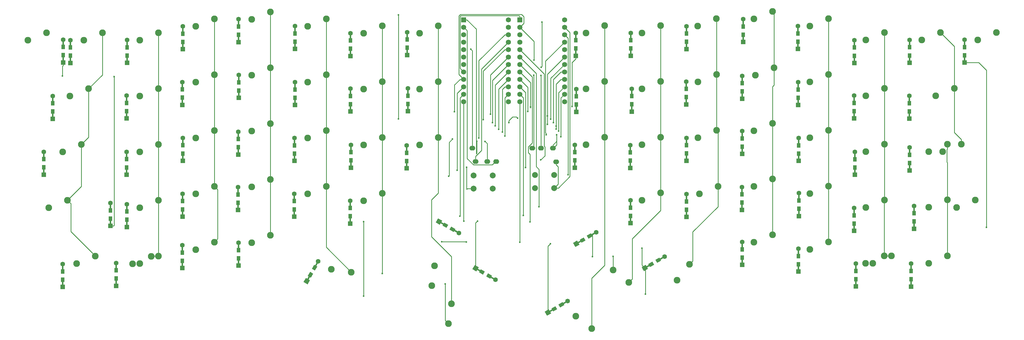
<source format=gbr>
G04 #@! TF.GenerationSoftware,KiCad,Pcbnew,(5.1.0)-1*
G04 #@! TF.CreationDate,2019-07-24T11:11:36-04:00*
G04 #@! TF.ProjectId,ogre,6f677265-2e6b-4696-9361-645f70636258,1.0*
G04 #@! TF.SameCoordinates,Original*
G04 #@! TF.FileFunction,Copper,L2,Bot*
G04 #@! TF.FilePolarity,Positive*
%FSLAX46Y46*%
G04 Gerber Fmt 4.6, Leading zero omitted, Abs format (unit mm)*
G04 Created by KiCad (PCBNEW (5.1.0)-1) date 2019-07-24 11:11:36*
%MOMM*%
%LPD*%
G04 APERTURE LIST*
%ADD10C,2.286000*%
%ADD11O,2.000000X1.600000*%
%ADD12C,1.752600*%
%ADD13R,1.752600X1.752600*%
%ADD14C,2.000000*%
%ADD15R,0.500000X2.900000*%
%ADD16R,1.600000X1.600000*%
%ADD17C,1.600000*%
%ADD18R,1.200000X1.600000*%
%ADD19C,0.500000*%
%ADD20C,0.100000*%
%ADD21C,1.200000*%
%ADD22C,0.600000*%
%ADD23C,0.250000*%
G04 APERTURE END LIST*
D10*
X245243000Y-73052000D03*
X251593000Y-70512000D03*
X50570000Y-56470000D03*
X56920000Y-53930000D03*
D11*
X210930000Y-74290000D03*
X207930000Y-74290000D03*
X214930000Y-74290000D03*
X216030000Y-78890000D03*
X192630000Y-78840000D03*
X195630000Y-78840000D03*
X188630000Y-78840000D03*
X187530000Y-74240000D03*
D10*
X342900000Y-75430000D03*
X349250000Y-72890000D03*
X169540000Y-54095000D03*
X175890000Y-51555000D03*
D12*
X199820000Y-30480000D03*
X184580000Y-58420000D03*
X199820000Y-33020000D03*
X199820000Y-35560000D03*
X199820000Y-38100000D03*
X199820000Y-40640000D03*
X199820000Y-43180000D03*
X199820000Y-45720000D03*
X199820000Y-48260000D03*
X199820000Y-50800000D03*
X199820000Y-53340000D03*
X199820000Y-55880000D03*
X199820000Y-58420000D03*
X184580000Y-55880000D03*
X184580000Y-53340000D03*
X184580000Y-50800000D03*
X184580000Y-48260000D03*
X184580000Y-45720000D03*
X184580000Y-43180000D03*
X184580000Y-40640000D03*
X184580000Y-38100000D03*
X184580000Y-35560000D03*
X184580000Y-33020000D03*
D13*
X184580000Y-30480000D03*
D10*
X48096000Y-75526000D03*
X54446000Y-72986000D03*
X179415295Y-134149557D03*
X180390591Y-127380295D03*
X174674705Y-114420443D03*
X173699409Y-121189705D03*
X93340000Y-32665000D03*
X99690000Y-30125000D03*
X74290000Y-37426000D03*
X80640000Y-34886000D03*
X55240000Y-37426000D03*
X61590000Y-34886000D03*
X36190000Y-37456000D03*
X42540000Y-34916000D03*
D12*
X218910000Y-30480000D03*
X203670000Y-58420000D03*
X218910000Y-33020000D03*
X218910000Y-35560000D03*
X218910000Y-38100000D03*
X218910000Y-40640000D03*
X218910000Y-43180000D03*
X218910000Y-45720000D03*
X218910000Y-48260000D03*
X218910000Y-50800000D03*
X218910000Y-53340000D03*
X218910000Y-55880000D03*
X218910000Y-58420000D03*
X203670000Y-55880000D03*
X203670000Y-53340000D03*
X203670000Y-50800000D03*
X203670000Y-48260000D03*
X203670000Y-45720000D03*
X203670000Y-43180000D03*
X203670000Y-40640000D03*
X203670000Y-38100000D03*
X203670000Y-35560000D03*
X203670000Y-33020000D03*
D13*
X203670000Y-30480000D03*
D14*
X215380000Y-83400000D03*
X215380000Y-87900000D03*
X208880000Y-83400000D03*
X208880000Y-87900000D03*
X194490000Y-83540000D03*
X194490000Y-88040000D03*
X187990000Y-83540000D03*
X187990000Y-88040000D03*
D10*
X71860000Y-113720000D03*
X78210000Y-111180000D03*
X323850000Y-113580000D03*
X330200000Y-111040000D03*
X342880000Y-94420000D03*
X349230000Y-91880000D03*
X359543000Y-37338000D03*
X365893000Y-34798000D03*
X352404000Y-94472000D03*
X358754000Y-91932000D03*
X321443000Y-94494000D03*
X327793000Y-91954000D03*
X74290000Y-94576000D03*
X80640000Y-92036000D03*
X43360000Y-94576000D03*
X49710000Y-92036000D03*
X112390000Y-30283000D03*
X118740000Y-27743000D03*
X131440000Y-32664000D03*
X137790000Y-30124000D03*
X150490000Y-35045000D03*
X156840000Y-32505000D03*
X169540000Y-35045000D03*
X175890000Y-32505000D03*
X226193000Y-34957000D03*
X232543000Y-32417000D03*
X245243000Y-34957000D03*
X251593000Y-32417000D03*
X264240000Y-32588000D03*
X270590000Y-30048000D03*
X283343000Y-30184000D03*
X289693000Y-27644000D03*
X302393000Y-32588000D03*
X308743000Y-30048000D03*
X321443000Y-37338000D03*
X327793000Y-34798000D03*
X340493000Y-37338000D03*
X346843000Y-34798000D03*
X74290000Y-56476000D03*
X80640000Y-53936000D03*
X93340000Y-51714000D03*
X99690000Y-49174000D03*
X112390000Y-49333000D03*
X118740000Y-46793000D03*
X131440000Y-51714000D03*
X137790000Y-49174000D03*
X150490000Y-54095000D03*
X156840000Y-51555000D03*
X226193000Y-54015000D03*
X232543000Y-51475000D03*
X245243000Y-54004000D03*
X251593000Y-51464000D03*
X264293000Y-51623000D03*
X270643000Y-49083000D03*
X283840000Y-49333000D03*
X290190000Y-46793000D03*
X302393000Y-51634000D03*
X308743000Y-49094000D03*
X321443000Y-56400000D03*
X327793000Y-53860000D03*
X345256000Y-56385000D03*
X351606000Y-53845000D03*
X74290000Y-75526000D03*
X80640000Y-72986000D03*
X93340000Y-70764000D03*
X99690000Y-68224000D03*
X112390000Y-68383000D03*
X118740000Y-65843000D03*
X131440000Y-70764000D03*
X137790000Y-68224000D03*
X150490000Y-73145000D03*
X156840000Y-70605000D03*
X169540000Y-73145000D03*
X175890000Y-70605000D03*
X226193000Y-73060000D03*
X232543000Y-70520000D03*
X264293000Y-70671000D03*
X270643000Y-68131000D03*
X283343000Y-68309000D03*
X289693000Y-65769000D03*
X302393000Y-70677000D03*
X308743000Y-68137000D03*
X321443000Y-75438000D03*
X327793000Y-72898000D03*
X347637000Y-75430000D03*
X353987000Y-72890000D03*
X93340000Y-89814000D03*
X99690000Y-87274000D03*
X112390000Y-87433000D03*
X118740000Y-84893000D03*
X131440000Y-89814000D03*
X137790000Y-87274000D03*
X150490000Y-92195000D03*
X156840000Y-89655000D03*
X245243000Y-92076000D03*
X251593000Y-89536000D03*
X264790000Y-89814000D03*
X271140000Y-87274000D03*
X283343000Y-87338000D03*
X289693000Y-84798000D03*
X302393000Y-89720000D03*
X308743000Y-87180000D03*
X52858000Y-113626000D03*
X59208000Y-111086000D03*
X74290000Y-113626000D03*
X80640000Y-111086000D03*
X93340000Y-108864000D03*
X99690000Y-106324000D03*
X112390000Y-106483000D03*
X118740000Y-103943000D03*
X139550443Y-115615295D03*
X146319705Y-116590591D03*
X222784705Y-131580443D03*
X228159409Y-135809705D03*
X235434705Y-115800443D03*
X240809409Y-120029705D03*
X257210443Y-119285295D03*
X261439705Y-113910591D03*
X283343000Y-106391000D03*
X289693000Y-103851000D03*
X302393000Y-108784000D03*
X308743000Y-106244000D03*
X321374000Y-113535000D03*
X327724000Y-110995000D03*
X342875000Y-113550000D03*
X349225000Y-111010000D03*
D15*
X64360000Y-99400000D03*
X64360000Y-94400000D03*
D16*
X64360000Y-100800000D03*
D17*
X64360000Y-93000000D03*
D18*
X64360000Y-95500000D03*
X64360000Y-98300000D03*
D19*
X189844936Y-115940000D03*
D20*
G36*
X191225673Y-116448494D02*
G01*
X190975673Y-116881506D01*
X188464199Y-115431506D01*
X188714199Y-114998494D01*
X191225673Y-116448494D01*
X191225673Y-116448494D01*
G37*
D19*
X194175064Y-118440000D03*
D20*
G36*
X195555801Y-118948494D02*
G01*
X195305801Y-119381506D01*
X192794327Y-117931506D01*
X193044327Y-117498494D01*
X195555801Y-118948494D01*
X195555801Y-118948494D01*
G37*
D17*
X188632501Y-115240000D03*
D20*
G36*
X189725321Y-114947180D02*
G01*
X188925321Y-116332820D01*
X187539681Y-115532820D01*
X188339681Y-114147180D01*
X189725321Y-114947180D01*
X189725321Y-114947180D01*
G37*
D17*
X195387499Y-119140000D03*
D21*
X193222436Y-117890000D03*
D20*
G36*
X194215256Y-117770385D02*
G01*
X193615256Y-118809615D01*
X192229616Y-118009615D01*
X192829616Y-116970385D01*
X194215256Y-117770385D01*
X194215256Y-117770385D01*
G37*
D21*
X190797564Y-116490000D03*
D20*
G36*
X191790384Y-116370385D02*
G01*
X191190384Y-117409615D01*
X189804744Y-116609615D01*
X190404744Y-115570385D01*
X191790384Y-116370385D01*
X191790384Y-116370385D01*
G37*
D19*
X131870000Y-118415064D03*
D20*
G36*
X132378494Y-117034327D02*
G01*
X132811506Y-117284327D01*
X131361506Y-119795801D01*
X130928494Y-119545801D01*
X132378494Y-117034327D01*
X132378494Y-117034327D01*
G37*
D19*
X134370000Y-114084936D03*
D20*
G36*
X134878494Y-112704199D02*
G01*
X135311506Y-112954199D01*
X133861506Y-115465673D01*
X133428494Y-115215673D01*
X134878494Y-112704199D01*
X134878494Y-112704199D01*
G37*
D17*
X131170000Y-119627499D03*
D20*
G36*
X130877180Y-118534679D02*
G01*
X132262820Y-119334679D01*
X131462820Y-120720319D01*
X130077180Y-119920319D01*
X130877180Y-118534679D01*
X130877180Y-118534679D01*
G37*
D17*
X135070000Y-112872501D03*
D21*
X133820000Y-115037564D03*
D20*
G36*
X133700385Y-114044744D02*
G01*
X134739615Y-114644744D01*
X133939615Y-116030384D01*
X132900385Y-115430384D01*
X133700385Y-114044744D01*
X133700385Y-114044744D01*
G37*
D21*
X132420000Y-117462436D03*
D20*
G36*
X132300385Y-116469616D02*
G01*
X133339615Y-117069616D01*
X132539615Y-118455256D01*
X131500385Y-117855256D01*
X132300385Y-116469616D01*
X132300385Y-116469616D01*
G37*
D15*
X50710000Y-43820000D03*
X50710000Y-38820000D03*
D16*
X50710000Y-45220000D03*
D17*
X50710000Y-37420000D03*
D18*
X50710000Y-39920000D03*
X50710000Y-42720000D03*
D15*
X69990000Y-43780000D03*
X69990000Y-38780000D03*
D16*
X69990000Y-45180000D03*
D17*
X69990000Y-37380000D03*
D18*
X69990000Y-39880000D03*
X69990000Y-42680000D03*
D15*
X88950000Y-39100000D03*
X88950000Y-34100000D03*
D16*
X88950000Y-40500000D03*
D17*
X88950000Y-32700000D03*
D18*
X88950000Y-35200000D03*
X88950000Y-38000000D03*
D15*
X107980000Y-36680000D03*
X107980000Y-31680000D03*
D16*
X107980000Y-38080000D03*
D17*
X107980000Y-30280000D03*
D18*
X107980000Y-32780000D03*
X107980000Y-35580000D03*
D15*
X127130000Y-39010000D03*
X127130000Y-34010000D03*
D16*
X127130000Y-40410000D03*
D17*
X127130000Y-32610000D03*
D18*
X127130000Y-35110000D03*
X127130000Y-37910000D03*
D15*
X146030000Y-41450000D03*
X146030000Y-36450000D03*
D16*
X146030000Y-42850000D03*
D17*
X146030000Y-35050000D03*
D18*
X146030000Y-37550000D03*
X146030000Y-40350000D03*
D15*
X165340000Y-41090000D03*
X165340000Y-36090000D03*
D16*
X165340000Y-42490000D03*
D17*
X165340000Y-34690000D03*
D18*
X165340000Y-37190000D03*
X165340000Y-39990000D03*
D15*
X222760000Y-41350000D03*
X222760000Y-36350000D03*
D16*
X222760000Y-42750000D03*
D17*
X222760000Y-34950000D03*
D18*
X222760000Y-37450000D03*
X222760000Y-40250000D03*
D15*
X241460000Y-41350000D03*
X241460000Y-36350000D03*
D16*
X241460000Y-42750000D03*
D17*
X241460000Y-34950000D03*
D18*
X241460000Y-37450000D03*
X241460000Y-40250000D03*
D15*
X260400000Y-39060000D03*
X260400000Y-34060000D03*
D16*
X260400000Y-40460000D03*
D17*
X260400000Y-32660000D03*
D18*
X260400000Y-35160000D03*
X260400000Y-37960000D03*
D15*
X279730000Y-36670000D03*
X279730000Y-31670000D03*
D16*
X279730000Y-38070000D03*
D17*
X279730000Y-30270000D03*
D18*
X279730000Y-32770000D03*
X279730000Y-35570000D03*
D15*
X317560000Y-43830000D03*
X317560000Y-38830000D03*
D16*
X317560000Y-45230000D03*
D17*
X317560000Y-37430000D03*
D18*
X317560000Y-39930000D03*
X317560000Y-42730000D03*
D15*
X336360000Y-43750000D03*
X336360000Y-38750000D03*
D16*
X336360000Y-45150000D03*
D17*
X336360000Y-37350000D03*
D18*
X336360000Y-39850000D03*
X336360000Y-42650000D03*
D15*
X44660000Y-62870000D03*
X44660000Y-57870000D03*
D16*
X44660000Y-64270000D03*
D17*
X44660000Y-56470000D03*
D18*
X44660000Y-58970000D03*
X44660000Y-61770000D03*
D15*
X69840000Y-62740000D03*
X69840000Y-57740000D03*
D16*
X69840000Y-64140000D03*
D17*
X69840000Y-56340000D03*
D18*
X69840000Y-58840000D03*
X69840000Y-61640000D03*
D15*
X88840000Y-58120000D03*
X88840000Y-53120000D03*
D16*
X88840000Y-59520000D03*
D17*
X88840000Y-51720000D03*
D18*
X88840000Y-54220000D03*
X88840000Y-57020000D03*
D15*
X108020000Y-55710000D03*
X108020000Y-50710000D03*
D16*
X108020000Y-57110000D03*
D17*
X108020000Y-49310000D03*
D18*
X108020000Y-51810000D03*
X108020000Y-54610000D03*
D15*
X127130000Y-58170000D03*
X127130000Y-53170000D03*
D16*
X127130000Y-59570000D03*
D17*
X127130000Y-51770000D03*
D18*
X127130000Y-54270000D03*
X127130000Y-57070000D03*
D15*
X146030000Y-60360000D03*
X146030000Y-55360000D03*
D16*
X146030000Y-61760000D03*
D17*
X146030000Y-53960000D03*
D18*
X146030000Y-56460000D03*
X146030000Y-59260000D03*
D15*
X165640000Y-60290000D03*
X165640000Y-55290000D03*
D16*
X165640000Y-61690000D03*
D17*
X165640000Y-53890000D03*
D18*
X165640000Y-56390000D03*
X165640000Y-59190000D03*
D15*
X222950000Y-60480000D03*
X222950000Y-55480000D03*
D16*
X222950000Y-61880000D03*
D17*
X222950000Y-54080000D03*
D18*
X222950000Y-56580000D03*
X222950000Y-59380000D03*
D15*
X241770000Y-60390000D03*
X241770000Y-55390000D03*
D16*
X241770000Y-61790000D03*
D17*
X241770000Y-53990000D03*
D18*
X241770000Y-56490000D03*
X241770000Y-59290000D03*
D15*
X260360000Y-57950000D03*
X260360000Y-52950000D03*
D16*
X260360000Y-59350000D03*
D17*
X260360000Y-51550000D03*
D18*
X260360000Y-54050000D03*
X260360000Y-56850000D03*
D15*
X279420000Y-56010000D03*
X279420000Y-51010000D03*
D16*
X279420000Y-57410000D03*
D17*
X279420000Y-49610000D03*
D18*
X279420000Y-52110000D03*
X279420000Y-54910000D03*
D15*
X298420000Y-58170000D03*
X298420000Y-53170000D03*
D16*
X298420000Y-59570000D03*
D17*
X298420000Y-51770000D03*
D18*
X298420000Y-54270000D03*
X298420000Y-57070000D03*
D15*
X317500000Y-62740000D03*
X317500000Y-57740000D03*
D16*
X317500000Y-64140000D03*
D17*
X317500000Y-56340000D03*
D18*
X317500000Y-58840000D03*
X317500000Y-61640000D03*
D15*
X336330000Y-62810000D03*
X336330000Y-57810000D03*
D16*
X336330000Y-64210000D03*
D17*
X336330000Y-56410000D03*
D18*
X336330000Y-58910000D03*
X336330000Y-61710000D03*
D15*
X41630000Y-81920000D03*
X41630000Y-76920000D03*
D16*
X41630000Y-83320000D03*
D17*
X41630000Y-75520000D03*
D18*
X41630000Y-78020000D03*
X41630000Y-80820000D03*
D15*
X69880000Y-81930000D03*
X69880000Y-76930000D03*
D16*
X69880000Y-83330000D03*
D17*
X69880000Y-75530000D03*
D18*
X69880000Y-78030000D03*
X69880000Y-80830000D03*
D15*
X88950000Y-77190000D03*
X88950000Y-72190000D03*
D16*
X88950000Y-78590000D03*
D17*
X88950000Y-70790000D03*
D18*
X88950000Y-73290000D03*
X88950000Y-76090000D03*
D15*
X107830000Y-75060000D03*
X107830000Y-70060000D03*
D16*
X107830000Y-76460000D03*
D17*
X107830000Y-68660000D03*
D18*
X107830000Y-71160000D03*
X107830000Y-73960000D03*
D15*
X126960000Y-77210000D03*
X126960000Y-72210000D03*
D16*
X126960000Y-78610000D03*
D17*
X126960000Y-70810000D03*
D18*
X126960000Y-73310000D03*
X126960000Y-76110000D03*
D15*
X146240000Y-79530000D03*
X146240000Y-74530000D03*
D16*
X146240000Y-80930000D03*
D17*
X146240000Y-73130000D03*
D18*
X146240000Y-75630000D03*
X146240000Y-78430000D03*
D15*
X165150000Y-79740000D03*
X165150000Y-74740000D03*
D16*
X165150000Y-81140000D03*
D17*
X165150000Y-73340000D03*
D18*
X165150000Y-75840000D03*
X165150000Y-78640000D03*
D15*
X222370000Y-79530000D03*
X222370000Y-74530000D03*
D16*
X222370000Y-80930000D03*
D17*
X222370000Y-73130000D03*
D18*
X222370000Y-75630000D03*
X222370000Y-78430000D03*
D15*
X241280000Y-79620000D03*
X241280000Y-74620000D03*
D16*
X241280000Y-81020000D03*
D17*
X241280000Y-73220000D03*
D18*
X241280000Y-75720000D03*
X241280000Y-78520000D03*
D15*
X260410000Y-77170000D03*
X260410000Y-72170000D03*
D16*
X260410000Y-78570000D03*
D17*
X260410000Y-70770000D03*
D18*
X260410000Y-73270000D03*
X260410000Y-76070000D03*
D15*
X279400000Y-74840000D03*
X279400000Y-69840000D03*
D16*
X279400000Y-76240000D03*
D17*
X279400000Y-68440000D03*
D18*
X279400000Y-70940000D03*
X279400000Y-73740000D03*
D15*
X298630000Y-77200000D03*
X298630000Y-72200000D03*
D16*
X298630000Y-78600000D03*
D17*
X298630000Y-70800000D03*
D18*
X298630000Y-73300000D03*
X298630000Y-76100000D03*
D15*
X317780000Y-81960000D03*
X317780000Y-76960000D03*
D16*
X317780000Y-83360000D03*
D17*
X317780000Y-75560000D03*
D18*
X317780000Y-78060000D03*
X317780000Y-80860000D03*
D15*
X336350000Y-80450000D03*
X336350000Y-75450000D03*
D16*
X336350000Y-81850000D03*
D17*
X336350000Y-74050000D03*
D18*
X336350000Y-76550000D03*
X336350000Y-79350000D03*
D15*
X69890000Y-99760000D03*
X69890000Y-94760000D03*
D16*
X69890000Y-101160000D03*
D17*
X69890000Y-93360000D03*
D18*
X69890000Y-95860000D03*
X69890000Y-98660000D03*
D15*
X88880000Y-96240000D03*
X88880000Y-91240000D03*
D16*
X88880000Y-97640000D03*
D17*
X88880000Y-89840000D03*
D18*
X88880000Y-92340000D03*
X88880000Y-95140000D03*
D15*
X107780000Y-93980000D03*
X107780000Y-88980000D03*
D16*
X107780000Y-95380000D03*
D17*
X107780000Y-87580000D03*
D18*
X107780000Y-90080000D03*
X107780000Y-92880000D03*
D15*
X126940000Y-96240000D03*
X126940000Y-91240000D03*
D16*
X126940000Y-97640000D03*
D17*
X126940000Y-89840000D03*
D18*
X126940000Y-92340000D03*
X126940000Y-95140000D03*
D15*
X145960000Y-98580000D03*
X145960000Y-93580000D03*
D16*
X145960000Y-99980000D03*
D17*
X145960000Y-92180000D03*
D18*
X145960000Y-94680000D03*
X145960000Y-97480000D03*
D15*
X48280000Y-43650000D03*
X48280000Y-38650000D03*
D16*
X48280000Y-45050000D03*
D17*
X48280000Y-37250000D03*
D18*
X48280000Y-39750000D03*
X48280000Y-42550000D03*
D15*
X355090000Y-43680000D03*
X355090000Y-38680000D03*
D16*
X355090000Y-45080000D03*
D17*
X355090000Y-37280000D03*
D18*
X355090000Y-39780000D03*
X355090000Y-42580000D03*
D15*
X241350000Y-98450000D03*
X241350000Y-93450000D03*
D16*
X241350000Y-99850000D03*
D17*
X241350000Y-92050000D03*
D18*
X241350000Y-94550000D03*
X241350000Y-97350000D03*
D15*
X260410000Y-96340000D03*
X260410000Y-91340000D03*
D16*
X260410000Y-97740000D03*
D17*
X260410000Y-89940000D03*
D18*
X260410000Y-92440000D03*
X260410000Y-95240000D03*
D15*
X279330000Y-93950000D03*
X279330000Y-88950000D03*
D16*
X279330000Y-95350000D03*
D17*
X279330000Y-87550000D03*
D18*
X279330000Y-90050000D03*
X279330000Y-92850000D03*
D15*
X298690000Y-96030000D03*
X298690000Y-91030000D03*
D16*
X298690000Y-97430000D03*
D17*
X298690000Y-89630000D03*
D18*
X298690000Y-92130000D03*
X298690000Y-94930000D03*
D15*
X317470000Y-101090000D03*
X317470000Y-96090000D03*
D16*
X317470000Y-102490000D03*
D17*
X317470000Y-94690000D03*
D18*
X317470000Y-97190000D03*
X317470000Y-99990000D03*
D15*
X337900000Y-100370000D03*
X337900000Y-95370000D03*
D16*
X337900000Y-101770000D03*
D17*
X337900000Y-93970000D03*
D18*
X337900000Y-96470000D03*
X337900000Y-99270000D03*
D15*
X48100000Y-120230000D03*
X48100000Y-115230000D03*
D16*
X48100000Y-121630000D03*
D17*
X48100000Y-113830000D03*
D18*
X48100000Y-116330000D03*
X48100000Y-119130000D03*
D15*
X66260000Y-119840000D03*
X66260000Y-114840000D03*
D16*
X66260000Y-121240000D03*
D17*
X66260000Y-113440000D03*
D18*
X66260000Y-115940000D03*
X66260000Y-118740000D03*
D15*
X88840000Y-113780000D03*
X88840000Y-108780000D03*
D16*
X88840000Y-115180000D03*
D17*
X88840000Y-107380000D03*
D18*
X88840000Y-109880000D03*
X88840000Y-112680000D03*
D15*
X107970000Y-112950000D03*
X107970000Y-107950000D03*
D16*
X107970000Y-114350000D03*
D17*
X107970000Y-106550000D03*
D18*
X107970000Y-109050000D03*
X107970000Y-111850000D03*
D19*
X177384936Y-100000000D03*
D20*
G36*
X178765673Y-100508494D02*
G01*
X178515673Y-100941506D01*
X176004199Y-99491506D01*
X176254199Y-99058494D01*
X178765673Y-100508494D01*
X178765673Y-100508494D01*
G37*
D19*
X181715064Y-102500000D03*
D20*
G36*
X183095801Y-103008494D02*
G01*
X182845801Y-103441506D01*
X180334327Y-101991506D01*
X180584327Y-101558494D01*
X183095801Y-103008494D01*
X183095801Y-103008494D01*
G37*
D17*
X176172501Y-99300000D03*
D20*
G36*
X177265321Y-99007180D02*
G01*
X176465321Y-100392820D01*
X175079681Y-99592820D01*
X175879681Y-98207180D01*
X177265321Y-99007180D01*
X177265321Y-99007180D01*
G37*
D17*
X182927499Y-103200000D03*
D21*
X180762436Y-101950000D03*
D20*
G36*
X181755256Y-101830385D02*
G01*
X181155256Y-102869615D01*
X179769616Y-102069615D01*
X180369616Y-101030385D01*
X181755256Y-101830385D01*
X181755256Y-101830385D01*
G37*
D21*
X178337564Y-100550000D03*
D20*
G36*
X179330384Y-100430385D02*
G01*
X178730384Y-101469615D01*
X177344744Y-100669615D01*
X177944744Y-99630385D01*
X179330384Y-100430385D01*
X179330384Y-100430385D01*
G37*
D19*
X214454936Y-129640000D03*
D20*
G36*
X215585673Y-128698494D02*
G01*
X215835673Y-129131506D01*
X213324199Y-130581506D01*
X213074199Y-130148494D01*
X215585673Y-128698494D01*
X215585673Y-128698494D01*
G37*
D19*
X218785064Y-127140000D03*
D20*
G36*
X219915801Y-126198494D02*
G01*
X220165801Y-126631506D01*
X217654327Y-128081506D01*
X217404327Y-127648494D01*
X219915801Y-126198494D01*
X219915801Y-126198494D01*
G37*
D17*
X213242501Y-130340000D03*
D20*
G36*
X213535321Y-129247180D02*
G01*
X214335321Y-130632820D01*
X212949681Y-131432820D01*
X212149681Y-130047180D01*
X213535321Y-129247180D01*
X213535321Y-129247180D01*
G37*
D17*
X219997499Y-126440000D03*
D21*
X217832436Y-127690000D03*
D20*
G36*
X218225256Y-126770385D02*
G01*
X218825256Y-127809615D01*
X217439616Y-128609615D01*
X216839616Y-127570385D01*
X218225256Y-126770385D01*
X218225256Y-126770385D01*
G37*
D21*
X215407564Y-129090000D03*
D20*
G36*
X215800384Y-128170385D02*
G01*
X216400384Y-129209615D01*
X215014744Y-130009615D01*
X214414744Y-128970385D01*
X215800384Y-128170385D01*
X215800384Y-128170385D01*
G37*
D19*
X224114936Y-106180000D03*
D20*
G36*
X225245673Y-105238494D02*
G01*
X225495673Y-105671506D01*
X222984199Y-107121506D01*
X222734199Y-106688494D01*
X225245673Y-105238494D01*
X225245673Y-105238494D01*
G37*
D19*
X228445064Y-103680000D03*
D20*
G36*
X229575801Y-102738494D02*
G01*
X229825801Y-103171506D01*
X227314327Y-104621506D01*
X227064327Y-104188494D01*
X229575801Y-102738494D01*
X229575801Y-102738494D01*
G37*
D17*
X222902501Y-106880000D03*
D20*
G36*
X223195321Y-105787180D02*
G01*
X223995321Y-107172820D01*
X222609681Y-107972820D01*
X221809681Y-106587180D01*
X223195321Y-105787180D01*
X223195321Y-105787180D01*
G37*
D17*
X229657499Y-102980000D03*
D21*
X227492436Y-104230000D03*
D20*
G36*
X227885256Y-103310385D02*
G01*
X228485256Y-104349615D01*
X227099616Y-105149615D01*
X226499616Y-104110385D01*
X227885256Y-103310385D01*
X227885256Y-103310385D01*
G37*
D21*
X225067564Y-105630000D03*
D20*
G36*
X225460384Y-104710385D02*
G01*
X226060384Y-105749615D01*
X224674744Y-106549615D01*
X224074744Y-105510385D01*
X225460384Y-104710385D01*
X225460384Y-104710385D01*
G37*
D19*
X247454936Y-114450000D03*
D20*
G36*
X248585673Y-113508494D02*
G01*
X248835673Y-113941506D01*
X246324199Y-115391506D01*
X246074199Y-114958494D01*
X248585673Y-113508494D01*
X248585673Y-113508494D01*
G37*
D19*
X251785064Y-111950000D03*
D20*
G36*
X252915801Y-111008494D02*
G01*
X253165801Y-111441506D01*
X250654327Y-112891506D01*
X250404327Y-112458494D01*
X252915801Y-111008494D01*
X252915801Y-111008494D01*
G37*
D17*
X246242501Y-115150000D03*
D20*
G36*
X246535321Y-114057180D02*
G01*
X247335321Y-115442820D01*
X245949681Y-116242820D01*
X245149681Y-114857180D01*
X246535321Y-114057180D01*
X246535321Y-114057180D01*
G37*
D17*
X252997499Y-111250000D03*
D21*
X250832436Y-112500000D03*
D20*
G36*
X251225256Y-111580385D02*
G01*
X251825256Y-112619615D01*
X250439616Y-113419615D01*
X249839616Y-112380385D01*
X251225256Y-111580385D01*
X251225256Y-111580385D01*
G37*
D21*
X248407564Y-113900000D03*
D20*
G36*
X248800384Y-112980385D02*
G01*
X249400384Y-114019615D01*
X248014744Y-114819615D01*
X247414744Y-113780385D01*
X248800384Y-112980385D01*
X248800384Y-112980385D01*
G37*
D15*
X279410000Y-112670000D03*
X279410000Y-107670000D03*
D16*
X279410000Y-114070000D03*
D17*
X279410000Y-106270000D03*
D18*
X279410000Y-108770000D03*
X279410000Y-111570000D03*
D15*
X298540000Y-114980000D03*
X298540000Y-109980000D03*
D16*
X298540000Y-116380000D03*
D17*
X298540000Y-108580000D03*
D18*
X298540000Y-111080000D03*
X298540000Y-113880000D03*
D15*
X318100000Y-120040000D03*
X318100000Y-115040000D03*
D16*
X318100000Y-121440000D03*
D17*
X318100000Y-113640000D03*
D18*
X318100000Y-116140000D03*
X318100000Y-118940000D03*
D15*
X336850000Y-120070000D03*
X336850000Y-115070000D03*
D16*
X336850000Y-121470000D03*
D17*
X336850000Y-113670000D03*
D18*
X336850000Y-116170000D03*
X336850000Y-118970000D03*
D15*
X298320000Y-39040000D03*
X298320000Y-34040000D03*
D16*
X298320000Y-40440000D03*
D17*
X298320000Y-32640000D03*
D18*
X298320000Y-35140000D03*
X298320000Y-37940000D03*
D22*
X210930000Y-49490000D03*
X210950000Y-46660000D03*
X211249999Y-31279999D03*
X207320000Y-60240000D03*
X221470000Y-60070000D03*
X181470000Y-61780000D03*
X208460000Y-49340000D03*
X208510000Y-44210000D03*
X206410000Y-61770000D03*
X182380000Y-81780000D03*
X210840000Y-78280000D03*
X205604999Y-80835001D03*
X48030000Y-49620000D03*
X65610000Y-49890000D03*
X183290000Y-97490000D03*
X210230000Y-94210000D03*
X362519001Y-101249001D03*
X204871301Y-97248699D03*
X150500000Y-99300000D03*
X150530000Y-124690000D03*
X189270000Y-99120000D03*
X184620000Y-99120000D03*
X207170000Y-99420000D03*
X178272296Y-120612296D03*
X214090000Y-106880000D03*
X203670000Y-106360000D03*
X246470000Y-124010000D03*
X245237890Y-108387890D03*
X235434705Y-111174705D03*
X228445064Y-111295064D03*
X191260000Y-64560000D03*
X162370000Y-64270000D03*
X162370000Y-28810000D03*
X213084999Y-66155001D03*
X193669990Y-62630010D03*
X213070000Y-63300000D03*
X214220000Y-64340000D03*
X194390000Y-65510000D03*
X200010000Y-65510000D03*
X202970000Y-64010000D03*
X215150000Y-65530000D03*
X195360000Y-66660000D03*
X177100000Y-106190000D03*
X185470000Y-106310000D03*
X216080000Y-66730000D03*
X196510000Y-67800000D03*
X216090000Y-67790000D03*
X156840000Y-117010000D03*
X216910000Y-68440000D03*
X197750000Y-68760000D03*
X217708699Y-70371301D03*
X198618699Y-70111301D03*
X187000000Y-40520000D03*
X185600000Y-80810000D03*
X216220000Y-69690000D03*
X212700000Y-69690000D03*
X189750000Y-70810000D03*
X180780000Y-71160000D03*
X179460000Y-83830000D03*
X220111301Y-83298699D03*
X191885000Y-71955000D03*
X189030000Y-71890000D03*
D23*
X183703701Y-47383701D02*
X184580000Y-48260000D01*
X183378699Y-47058699D02*
X183703701Y-47383701D01*
X183378699Y-29343699D02*
X183378699Y-47058699D01*
X183627742Y-29094656D02*
X183378699Y-29343699D01*
X203410956Y-29094656D02*
X183627742Y-29094656D01*
X203670000Y-29353700D02*
X203410956Y-29094656D01*
X203670000Y-30480000D02*
X203670000Y-29353700D01*
X210930000Y-74290000D02*
X210930000Y-49490000D01*
X210930000Y-49490000D02*
X210930000Y-49490000D01*
X211249999Y-46360001D02*
X211249999Y-31279999D01*
X210950000Y-46660000D02*
X211249999Y-46360001D01*
X211249999Y-31279999D02*
X211150000Y-31180000D01*
X211249999Y-31279999D02*
X211249999Y-31279999D01*
X203670000Y-48260000D02*
X207320000Y-51910000D01*
X207320000Y-51910000D02*
X207320000Y-60240000D01*
X207320000Y-60240000D02*
X207320000Y-60530000D01*
X222760000Y-43800000D02*
X222760000Y-42750000D01*
X221379999Y-45180001D02*
X222760000Y-43800000D01*
X222760000Y-43800000D02*
X221470000Y-45090000D01*
X221470000Y-45090000D02*
X221470000Y-60070000D01*
X221470000Y-60070000D02*
X221470000Y-60070000D01*
X183340725Y-50800000D02*
X181470000Y-52670725D01*
X184580000Y-50800000D02*
X183340725Y-50800000D01*
X181470000Y-52670725D02*
X181470000Y-61780000D01*
X181470000Y-61780000D02*
X181470000Y-61780000D01*
X183703701Y-49923701D02*
X184580000Y-50800000D01*
X182928689Y-49148689D02*
X183703701Y-49923701D01*
X182928689Y-29157299D02*
X182928689Y-49148689D01*
X183441341Y-28644647D02*
X182928689Y-29157299D01*
X204264646Y-28644646D02*
X183441341Y-28644647D01*
X205018547Y-29398547D02*
X204264646Y-28644646D01*
X205018547Y-31671453D02*
X205018547Y-29398547D01*
X203670000Y-33020000D02*
X205018547Y-31671453D01*
X207970000Y-74290000D02*
X208460000Y-73800000D01*
X207930000Y-74290000D02*
X207970000Y-74290000D01*
X208460000Y-73800000D02*
X208460000Y-49340000D01*
X208460000Y-49340000D02*
X208460000Y-49340000D01*
X208510000Y-37860000D02*
X203670000Y-33020000D01*
X208510000Y-44210000D02*
X208510000Y-37860000D01*
X203670000Y-50800000D02*
X206410000Y-53540000D01*
X206410000Y-53540000D02*
X206410000Y-61770000D01*
X206410000Y-61770000D02*
X206410000Y-61770000D01*
X184580000Y-53340000D02*
X182380000Y-55540000D01*
X182380000Y-55540000D02*
X182380000Y-81780000D01*
X182380000Y-81780000D02*
X182380000Y-81780000D01*
X212255010Y-73824006D02*
X212255010Y-76864990D01*
X211994989Y-73563985D02*
X212255010Y-73824006D01*
X203670000Y-40640000D02*
X211994989Y-48964989D01*
X211994989Y-48964989D02*
X211994989Y-73563985D01*
X212255010Y-76864990D02*
X210840000Y-78280000D01*
X210840000Y-78280000D02*
X210840000Y-78280000D01*
X205604999Y-55274999D02*
X205604999Y-80835001D01*
X203670000Y-53340000D02*
X205604999Y-55274999D01*
X205604999Y-80835001D02*
X205604999Y-80835001D01*
X48280000Y-46100000D02*
X48030000Y-46350000D01*
X48280000Y-45050000D02*
X48280000Y-46100000D01*
X48030000Y-46350000D02*
X48030000Y-49620000D01*
X65410000Y-100800000D02*
X65610000Y-100600000D01*
X64360000Y-100800000D02*
X65410000Y-100800000D01*
X65610000Y-100600000D02*
X65610000Y-49890000D01*
X65610000Y-49750000D02*
X65480000Y-49620000D01*
X65480000Y-49620000D02*
X65480000Y-49620000D01*
X48030000Y-49620000D02*
X48030000Y-49620000D01*
X65610000Y-49890000D02*
X65610000Y-49750000D01*
X183378699Y-57081301D02*
X183378699Y-97401301D01*
X184580000Y-55880000D02*
X183378699Y-57081301D01*
X183378699Y-97401301D02*
X183290000Y-97490000D01*
X183290000Y-97490000D02*
X183290000Y-97490000D01*
X209255010Y-80554990D02*
X210230000Y-81529980D01*
X203670000Y-43180000D02*
X209255010Y-48765010D01*
X209255010Y-48765010D02*
X209255010Y-80554990D01*
X210230000Y-81529980D02*
X210230000Y-94210000D01*
X210230000Y-94210000D02*
X210230000Y-94210000D01*
X355090000Y-45080000D02*
X359910000Y-45080000D01*
X362519001Y-47689001D02*
X362519001Y-101249001D01*
X359910000Y-45080000D02*
X362519001Y-47689001D01*
X362519001Y-101249001D02*
X362519001Y-101249001D01*
X204871301Y-57081301D02*
X204871301Y-97248699D01*
X203670000Y-55880000D02*
X204871301Y-57081301D01*
X204871301Y-97248699D02*
X204871301Y-97248699D01*
X150530000Y-99330000D02*
X150500000Y-99300000D01*
X150530000Y-124690000D02*
X150530000Y-99330000D01*
X188970001Y-99419999D02*
X189270000Y-99120000D01*
X188632501Y-99757499D02*
X188970001Y-99419999D01*
X188632501Y-115240000D02*
X188632501Y-99757499D01*
X184580000Y-58420000D02*
X184580000Y-99000000D01*
X206604990Y-75791988D02*
X207170000Y-76356998D01*
X206604990Y-73824006D02*
X206604990Y-75791988D01*
X207945001Y-72483995D02*
X206604990Y-73824006D01*
X203670000Y-45720000D02*
X207945001Y-49995001D01*
X207945001Y-49995001D02*
X207945001Y-72483995D01*
X207170000Y-76356998D02*
X207170000Y-99420000D01*
X207170000Y-99420000D02*
X207170000Y-99420000D01*
X178272296Y-133006558D02*
X178272296Y-120612296D01*
X179415295Y-134149557D02*
X178272296Y-133006558D01*
X178272296Y-120612296D02*
X178272296Y-120612296D01*
X213242501Y-107727499D02*
X213242501Y-130340000D01*
X214090000Y-106880000D02*
X213242501Y-107727499D01*
X203670000Y-58420000D02*
X203670000Y-106360000D01*
X203670000Y-106360000D02*
X203670000Y-106360000D01*
X246470000Y-115377499D02*
X246242501Y-115150000D01*
X246470000Y-124010000D02*
X246470000Y-115377499D01*
X245237890Y-114145389D02*
X245237890Y-108387890D01*
X246242501Y-115150000D02*
X245237890Y-114145389D01*
X235434705Y-115800443D02*
X235434705Y-111174705D01*
X228445064Y-103680000D02*
X228445064Y-111295064D01*
X235434705Y-111174705D02*
X235434705Y-111174705D01*
X228445064Y-111295064D02*
X228445064Y-111295064D01*
X54446000Y-87300000D02*
X49710000Y-92036000D01*
X54446000Y-72986000D02*
X54446000Y-87300000D01*
X58065001Y-109943001D02*
X59208000Y-111086000D01*
X50852999Y-102730999D02*
X58065001Y-109943001D01*
X50852999Y-93178999D02*
X50852999Y-102730999D01*
X49710000Y-92036000D02*
X50852999Y-93178999D01*
X61590000Y-49260000D02*
X56920000Y-53930000D01*
X61590000Y-34886000D02*
X61590000Y-49260000D01*
X56920000Y-70512000D02*
X54446000Y-72986000D01*
X56920000Y-53930000D02*
X56920000Y-70512000D01*
X351606000Y-39561000D02*
X346843000Y-34798000D01*
X351606000Y-53845000D02*
X351606000Y-39561000D01*
X351606000Y-55461446D02*
X351606000Y-53845000D01*
X351606000Y-68892554D02*
X351606000Y-55461446D01*
X353987000Y-71273554D02*
X351606000Y-68892554D01*
X353987000Y-72890000D02*
X353987000Y-71273554D01*
X349250000Y-74506446D02*
X349250000Y-72890000D01*
X349105001Y-74651445D02*
X349250000Y-74506446D01*
X349105001Y-79059975D02*
X349105001Y-74651445D01*
X349230000Y-79184974D02*
X349105001Y-79059975D01*
X349230000Y-91880000D02*
X349230000Y-79184974D01*
X349225000Y-91885000D02*
X349230000Y-91880000D01*
X349225000Y-111010000D02*
X349225000Y-91885000D01*
X198580725Y-40640000D02*
X191260000Y-47960725D01*
X199820000Y-40640000D02*
X198580725Y-40640000D01*
X191260000Y-47960725D02*
X191260000Y-64560000D01*
X191260000Y-64560000D02*
X191260000Y-64560000D01*
X162370000Y-64270000D02*
X162370000Y-28810000D01*
X162370000Y-28810000D02*
X162370000Y-28810000D01*
X80640000Y-40857974D02*
X80640000Y-53936000D01*
X80640000Y-34886000D02*
X80640000Y-40857974D01*
X80640000Y-72986000D02*
X80640000Y-53936000D01*
X80640000Y-92036000D02*
X80640000Y-72986000D01*
X78304000Y-111086000D02*
X78210000Y-111180000D01*
X80640000Y-111086000D02*
X78304000Y-111086000D01*
X80640000Y-111086000D02*
X80640000Y-92036000D01*
X327724000Y-92023000D02*
X327793000Y-91954000D01*
X327724000Y-110995000D02*
X327724000Y-92023000D01*
X327793000Y-91954000D02*
X327793000Y-72898000D01*
X327793000Y-71281554D02*
X327793000Y-53860000D01*
X327793000Y-72898000D02*
X327793000Y-71281554D01*
X327793000Y-52243554D02*
X327793000Y-34798000D01*
X327793000Y-53860000D02*
X327793000Y-52243554D01*
X327769000Y-111040000D02*
X327724000Y-110995000D01*
X330200000Y-111040000D02*
X327769000Y-111040000D01*
X218910000Y-43180000D02*
X213070000Y-49020000D01*
X213070000Y-49020000D02*
X213070000Y-63300000D01*
X213070000Y-63300000D02*
X213070000Y-63300000D01*
X198943701Y-44056299D02*
X199820000Y-43180000D01*
X193669990Y-49330010D02*
X198943701Y-44056299D01*
X193669990Y-62630010D02*
X193669990Y-62630010D01*
X213070000Y-66140002D02*
X213084999Y-66155001D01*
X213070000Y-63300000D02*
X213070000Y-66140002D01*
X193669990Y-62630010D02*
X193669990Y-49330010D01*
X213070000Y-63300000D02*
X213070000Y-63300000D01*
X100832999Y-88416999D02*
X99690000Y-87274000D01*
X100832999Y-105181001D02*
X100832999Y-88416999D01*
X99690000Y-106324000D02*
X100832999Y-105181001D01*
X99690000Y-87274000D02*
X99690000Y-68224000D01*
X99690000Y-68224000D02*
X99690000Y-49174000D01*
X99690000Y-49174000D02*
X99690000Y-30125000D01*
X308743000Y-106244000D02*
X308743000Y-87180000D01*
X308743000Y-72325026D02*
X308743000Y-68137000D01*
X308743000Y-87180000D02*
X308743000Y-72325026D01*
X308743000Y-68137000D02*
X308743000Y-49094000D01*
X308743000Y-49094000D02*
X308743000Y-30048000D01*
X218910000Y-45720000D02*
X214220000Y-50410000D01*
X214220000Y-50410000D02*
X214220000Y-64340000D01*
X214220000Y-64340000D02*
X214220000Y-64340000D01*
X194390000Y-65510000D02*
X194390000Y-65085736D01*
X194390000Y-51150000D02*
X199820000Y-45720000D01*
X194390000Y-65510000D02*
X194390000Y-51150000D01*
X201255211Y-63596271D02*
X202556271Y-63596271D01*
X200010000Y-65510000D02*
X200010000Y-64841482D01*
X200010000Y-64841482D02*
X201255211Y-63596271D01*
X202556271Y-63596271D02*
X202970000Y-64010000D01*
X202970000Y-64010000D02*
X202970000Y-64010000D01*
X118740000Y-103943000D02*
X118740000Y-84893000D01*
X118740000Y-70031026D02*
X118740000Y-65843000D01*
X118740000Y-84893000D02*
X118740000Y-70031026D01*
X118740000Y-65843000D02*
X118740000Y-46793000D01*
X118740000Y-31931026D02*
X118740000Y-27743000D01*
X118740000Y-46793000D02*
X118740000Y-31931026D01*
X289693000Y-103851000D02*
X289693000Y-84798000D01*
X289693000Y-83181554D02*
X289693000Y-65769000D01*
X289693000Y-84798000D02*
X289693000Y-83181554D01*
X290190000Y-48409446D02*
X290190000Y-46793000D01*
X290190000Y-52764974D02*
X290190000Y-48409446D01*
X289693000Y-53261974D02*
X290190000Y-52764974D01*
X289693000Y-65769000D02*
X289693000Y-53261974D01*
X290190000Y-28141000D02*
X289693000Y-27644000D01*
X290190000Y-46793000D02*
X290190000Y-28141000D01*
X217670725Y-48260000D02*
X215150000Y-50780725D01*
X218910000Y-48260000D02*
X217670725Y-48260000D01*
X215150000Y-50780725D02*
X215150000Y-65530000D01*
X215150000Y-65530000D02*
X215150000Y-65530000D01*
X199820000Y-48260000D02*
X195360000Y-52720000D01*
X195360000Y-52720000D02*
X195360000Y-66660000D01*
X195360000Y-66660000D02*
X195360000Y-66660000D01*
X177100000Y-106190000D02*
X185350000Y-106190000D01*
X185350000Y-106190000D02*
X185470000Y-106310000D01*
X185470000Y-106310000D02*
X185470000Y-106310000D01*
X137790000Y-108060886D02*
X137790000Y-87274000D01*
X146319705Y-116590591D02*
X137790000Y-108060886D01*
X137790000Y-68224000D02*
X137790000Y-87274000D01*
X137790000Y-68224000D02*
X137790000Y-49174000D01*
X137790000Y-34477002D02*
X137790000Y-49174000D01*
X137790000Y-30124000D02*
X137790000Y-34477002D01*
X271140000Y-88890446D02*
X271140000Y-87274000D01*
X271140000Y-94210000D02*
X271140000Y-88890446D01*
X262582704Y-102767296D02*
X271140000Y-94210000D01*
X262582704Y-112767592D02*
X262582704Y-102767296D01*
X261439705Y-113910591D02*
X262582704Y-112767592D01*
X271140000Y-68628000D02*
X270643000Y-68131000D01*
X271140000Y-87274000D02*
X271140000Y-68628000D01*
X270643000Y-68131000D02*
X270643000Y-49083000D01*
X270643000Y-30101000D02*
X270590000Y-30048000D01*
X270643000Y-49083000D02*
X270643000Y-30101000D01*
X217670725Y-50800000D02*
X216080000Y-52390725D01*
X218910000Y-50800000D02*
X217670725Y-50800000D01*
X216080000Y-52390725D02*
X216080000Y-66730000D01*
X216080000Y-66730000D02*
X216080000Y-66730000D01*
X199820000Y-50800000D02*
X196510000Y-54110000D01*
X196510000Y-54110000D02*
X196510000Y-67800000D01*
X196510000Y-67800000D02*
X196510000Y-67800000D01*
X216080000Y-67154264D02*
X216090000Y-67164264D01*
X216080000Y-66730000D02*
X216080000Y-67154264D01*
X216090000Y-67164264D02*
X216090000Y-67790000D01*
X216090000Y-67790000D02*
X216090000Y-67790000D01*
X156840000Y-34121446D02*
X156840000Y-51555000D01*
X156840000Y-32505000D02*
X156840000Y-34121446D01*
X156840000Y-55743026D02*
X156840000Y-51555000D01*
X156840000Y-70605000D02*
X156840000Y-55743026D01*
X156840000Y-88038554D02*
X156840000Y-70605000D01*
X156840000Y-89655000D02*
X156840000Y-88038554D01*
X156840000Y-89655000D02*
X156840000Y-117010000D01*
X156840000Y-117010000D02*
X156840000Y-117010000D01*
X251593000Y-89536000D02*
X251593000Y-70512000D01*
X251593000Y-70512000D02*
X251593000Y-51464000D01*
X251593000Y-36605026D02*
X251593000Y-32417000D01*
X251593000Y-51464000D02*
X251593000Y-36605026D01*
X251593000Y-91152446D02*
X251593000Y-89536000D01*
X251593000Y-95507974D02*
X251593000Y-91152446D01*
X241952408Y-105148566D02*
X251593000Y-95507974D01*
X241952408Y-118886706D02*
X241952408Y-105148566D01*
X240809409Y-120029705D02*
X241952408Y-118886706D01*
X218910000Y-53340000D02*
X216910000Y-55340000D01*
X216910000Y-55340000D02*
X216910000Y-68440000D01*
X216910000Y-68440000D02*
X216910000Y-68440000D01*
X198580725Y-53340000D02*
X197750000Y-54170725D01*
X199820000Y-53340000D02*
X198580725Y-53340000D01*
X197750000Y-54170725D02*
X197750000Y-68760000D01*
X197750000Y-68760000D02*
X197750000Y-68760000D01*
X175890000Y-70605000D02*
X175890000Y-51555000D01*
X175890000Y-51555000D02*
X175890000Y-32505000D01*
X175890000Y-89630000D02*
X175890000Y-70605000D01*
X173630000Y-91890000D02*
X175890000Y-89630000D01*
X173630000Y-104530000D02*
X173630000Y-91890000D01*
X180390591Y-127380295D02*
X180390591Y-111290591D01*
X180390591Y-111290591D02*
X173630000Y-104530000D01*
X232543000Y-32417000D02*
X232543000Y-51475000D01*
X232543000Y-51475000D02*
X232543000Y-70520000D01*
X228159409Y-134193259D02*
X228159409Y-135809705D01*
X228159409Y-118598180D02*
X228159409Y-134193259D01*
X232543000Y-114214589D02*
X228159409Y-118598180D01*
X232543000Y-70520000D02*
X232543000Y-114214589D01*
X217708699Y-57081301D02*
X217708699Y-70371301D01*
X218910000Y-55880000D02*
X217708699Y-57081301D01*
X217708699Y-70371301D02*
X217708699Y-70371301D01*
X198618699Y-57081301D02*
X198618699Y-70111301D01*
X199820000Y-55880000D02*
X198618699Y-57081301D01*
X198618699Y-70111301D02*
X198618699Y-70111301D01*
X187530000Y-41050000D02*
X187530000Y-74240000D01*
X187000000Y-40520000D02*
X187530000Y-41050000D01*
X185850000Y-88040000D02*
X187990000Y-88040000D01*
X185600000Y-80810000D02*
X185600000Y-88290000D01*
X185600000Y-88290000D02*
X185850000Y-88040000D01*
X216030000Y-79940000D02*
X216030000Y-78890000D01*
X216705001Y-80615001D02*
X216030000Y-79940000D01*
X216705001Y-86574999D02*
X216705001Y-80615001D01*
X215380000Y-87900000D02*
X216705001Y-86574999D01*
X216794213Y-87900000D02*
X215380000Y-87900000D01*
X220736302Y-83957911D02*
X216794213Y-87900000D01*
X220736302Y-34846302D02*
X220736302Y-83957911D01*
X218910000Y-33020000D02*
X220736302Y-34846302D01*
X214930000Y-73240000D02*
X216185000Y-71985000D01*
X214930000Y-74290000D02*
X214930000Y-73240000D01*
X216185000Y-69655000D02*
X216220000Y-69690000D01*
X216220000Y-69690000D02*
X216230000Y-69700000D01*
X212444999Y-44565001D02*
X218910000Y-38100000D01*
X212444999Y-69010735D02*
X212444999Y-44565001D01*
X212700000Y-69265736D02*
X212444999Y-69010735D01*
X212700000Y-69690000D02*
X212700000Y-69265736D01*
X215130000Y-74290000D02*
X214930000Y-74290000D01*
X216220000Y-73200000D02*
X215130000Y-74290000D01*
X216220000Y-69690000D02*
X216220000Y-73200000D01*
X198943701Y-38976299D02*
X199820000Y-38100000D01*
X190634999Y-47285001D02*
X198943701Y-38976299D01*
X190634999Y-75061999D02*
X190634999Y-47285001D01*
X188630000Y-77066998D02*
X190634999Y-75061999D01*
X188630000Y-78840000D02*
X188630000Y-77066998D01*
X198580725Y-35560000D02*
X189750000Y-44390725D01*
X199820000Y-35560000D02*
X198580725Y-35560000D01*
X189750000Y-44390725D02*
X189750000Y-70810000D01*
X189750000Y-70810000D02*
X189750000Y-70810000D01*
X179655001Y-72284999D02*
X179655001Y-83634999D01*
X180780000Y-71160000D02*
X179655001Y-72284999D01*
X179655001Y-83634999D02*
X179460000Y-83830000D01*
X179460000Y-83830000D02*
X179460000Y-83830000D01*
X220111301Y-36761301D02*
X220111301Y-83298699D01*
X218910000Y-35560000D02*
X220111301Y-36761301D01*
X220111301Y-83298699D02*
X220111301Y-83298699D01*
X185456299Y-33896299D02*
X184580000Y-33020000D01*
X185781301Y-77782305D02*
X185781301Y-34221301D01*
X187964006Y-79965010D02*
X185781301Y-77782305D01*
X185781301Y-34221301D02*
X185456299Y-33896299D01*
X194304990Y-79965010D02*
X187964006Y-79965010D01*
X195430000Y-78840000D02*
X194304990Y-79965010D01*
X195630000Y-78840000D02*
X195430000Y-78840000D01*
X192630000Y-78840000D02*
X192630000Y-72700000D01*
X192630000Y-72700000D02*
X191885000Y-71955000D01*
X191885000Y-71955000D02*
X191820000Y-71890000D01*
X185706300Y-30480000D02*
X184580000Y-30480000D01*
X188855010Y-33628710D02*
X185706300Y-30480000D01*
X188855010Y-76205578D02*
X188855010Y-33628710D01*
X189030000Y-76030588D02*
X188855010Y-76205578D01*
X189030000Y-71890000D02*
X189030000Y-76030588D01*
M02*

</source>
